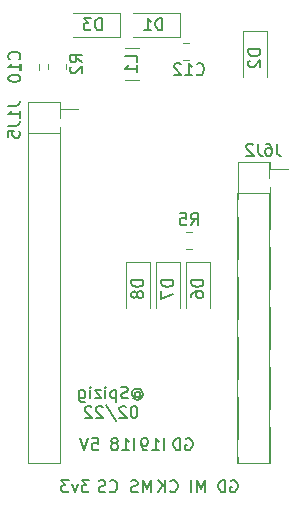
<source format=gbr>
%TF.GenerationSoftware,KiCad,Pcbnew,(5.1.10)-1*%
%TF.CreationDate,2022-01-07T18:41:25+01:00*%
%TF.ProjectId,M5StampC3,4d355374-616d-4704-9333-2e6b69636164,rev?*%
%TF.SameCoordinates,Original*%
%TF.FileFunction,Legend,Bot*%
%TF.FilePolarity,Positive*%
%FSLAX46Y46*%
G04 Gerber Fmt 4.6, Leading zero omitted, Abs format (unit mm)*
G04 Created by KiCad (PCBNEW (5.1.10)-1) date 2022-01-07 18:41:25*
%MOMM*%
%LPD*%
G01*
G04 APERTURE LIST*
%ADD10C,0.150000*%
%ADD11C,0.120000*%
G04 APERTURE END LIST*
D10*
X120586476Y-77430380D02*
X121062666Y-77430380D01*
X121110285Y-77906571D01*
X121062666Y-77858952D01*
X120967428Y-77811333D01*
X120729333Y-77811333D01*
X120634095Y-77858952D01*
X120586476Y-77906571D01*
X120538857Y-78001809D01*
X120538857Y-78239904D01*
X120586476Y-78335142D01*
X120634095Y-78382761D01*
X120729333Y-78430380D01*
X120967428Y-78430380D01*
X121062666Y-78382761D01*
X121110285Y-78335142D01*
X120253142Y-77430380D02*
X119919809Y-78430380D01*
X119586476Y-77430380D01*
X124142380Y-78430380D02*
X124142380Y-77430380D01*
X123142380Y-78430380D02*
X123713809Y-78430380D01*
X123428095Y-78430380D02*
X123428095Y-77430380D01*
X123523333Y-77573238D01*
X123618571Y-77668476D01*
X123713809Y-77716095D01*
X122570952Y-77858952D02*
X122666190Y-77811333D01*
X122713809Y-77763714D01*
X122761428Y-77668476D01*
X122761428Y-77620857D01*
X122713809Y-77525619D01*
X122666190Y-77478000D01*
X122570952Y-77430380D01*
X122380476Y-77430380D01*
X122285238Y-77478000D01*
X122237619Y-77525619D01*
X122190000Y-77620857D01*
X122190000Y-77668476D01*
X122237619Y-77763714D01*
X122285238Y-77811333D01*
X122380476Y-77858952D01*
X122570952Y-77858952D01*
X122666190Y-77906571D01*
X122713809Y-77954190D01*
X122761428Y-78049428D01*
X122761428Y-78239904D01*
X122713809Y-78335142D01*
X122666190Y-78382761D01*
X122570952Y-78430380D01*
X122380476Y-78430380D01*
X122285238Y-78382761D01*
X122237619Y-78335142D01*
X122190000Y-78239904D01*
X122190000Y-78049428D01*
X122237619Y-77954190D01*
X122285238Y-77906571D01*
X122380476Y-77858952D01*
X126682380Y-78430380D02*
X126682380Y-77430380D01*
X125682380Y-78430380D02*
X126253809Y-78430380D01*
X125968095Y-78430380D02*
X125968095Y-77430380D01*
X126063333Y-77573238D01*
X126158571Y-77668476D01*
X126253809Y-77716095D01*
X125206190Y-78430380D02*
X125015714Y-78430380D01*
X124920476Y-78382761D01*
X124872857Y-78335142D01*
X124777619Y-78192285D01*
X124730000Y-78001809D01*
X124730000Y-77620857D01*
X124777619Y-77525619D01*
X124825238Y-77478000D01*
X124920476Y-77430380D01*
X125110952Y-77430380D01*
X125206190Y-77478000D01*
X125253809Y-77525619D01*
X125301428Y-77620857D01*
X125301428Y-77858952D01*
X125253809Y-77954190D01*
X125206190Y-78001809D01*
X125110952Y-78049428D01*
X124920476Y-78049428D01*
X124825238Y-78001809D01*
X124777619Y-77954190D01*
X124730000Y-77858952D01*
X128508095Y-77478000D02*
X128603333Y-77430380D01*
X128746190Y-77430380D01*
X128889047Y-77478000D01*
X128984285Y-77573238D01*
X129031904Y-77668476D01*
X129079523Y-77858952D01*
X129079523Y-78001809D01*
X129031904Y-78192285D01*
X128984285Y-78287523D01*
X128889047Y-78382761D01*
X128746190Y-78430380D01*
X128650952Y-78430380D01*
X128508095Y-78382761D01*
X128460476Y-78335142D01*
X128460476Y-78001809D01*
X128650952Y-78001809D01*
X128031904Y-78430380D02*
X128031904Y-77430380D01*
X127793809Y-77430380D01*
X127650952Y-77478000D01*
X127555714Y-77573238D01*
X127508095Y-77668476D01*
X127460476Y-77858952D01*
X127460476Y-78001809D01*
X127508095Y-78192285D01*
X127555714Y-78287523D01*
X127650952Y-78382761D01*
X127793809Y-78430380D01*
X128031904Y-78430380D01*
X132318095Y-81034000D02*
X132413333Y-80986380D01*
X132556190Y-80986380D01*
X132699047Y-81034000D01*
X132794285Y-81129238D01*
X132841904Y-81224476D01*
X132889523Y-81414952D01*
X132889523Y-81557809D01*
X132841904Y-81748285D01*
X132794285Y-81843523D01*
X132699047Y-81938761D01*
X132556190Y-81986380D01*
X132460952Y-81986380D01*
X132318095Y-81938761D01*
X132270476Y-81891142D01*
X132270476Y-81557809D01*
X132460952Y-81557809D01*
X131841904Y-81986380D02*
X131841904Y-80986380D01*
X131603809Y-80986380D01*
X131460952Y-81034000D01*
X131365714Y-81129238D01*
X131318095Y-81224476D01*
X131270476Y-81414952D01*
X131270476Y-81557809D01*
X131318095Y-81748285D01*
X131365714Y-81843523D01*
X131460952Y-81938761D01*
X131603809Y-81986380D01*
X131841904Y-81986380D01*
X130111428Y-81986380D02*
X130111428Y-80986380D01*
X129778095Y-81700666D01*
X129444761Y-80986380D01*
X129444761Y-81986380D01*
X128968571Y-81986380D02*
X128968571Y-80986380D01*
X127190476Y-81891142D02*
X127238095Y-81938761D01*
X127380952Y-81986380D01*
X127476190Y-81986380D01*
X127619047Y-81938761D01*
X127714285Y-81843523D01*
X127761904Y-81748285D01*
X127809523Y-81557809D01*
X127809523Y-81414952D01*
X127761904Y-81224476D01*
X127714285Y-81129238D01*
X127619047Y-81034000D01*
X127476190Y-80986380D01*
X127380952Y-80986380D01*
X127238095Y-81034000D01*
X127190476Y-81081619D01*
X126761904Y-81986380D02*
X126761904Y-80986380D01*
X126190476Y-81986380D02*
X126619047Y-81414952D01*
X126190476Y-80986380D02*
X126761904Y-81557809D01*
X125523523Y-81986380D02*
X125523523Y-80986380D01*
X125190190Y-81700666D01*
X124856857Y-80986380D01*
X124856857Y-81986380D01*
X124428285Y-81938761D02*
X124285428Y-81986380D01*
X124047333Y-81986380D01*
X123952095Y-81938761D01*
X123904476Y-81891142D01*
X123856857Y-81795904D01*
X123856857Y-81700666D01*
X123904476Y-81605428D01*
X123952095Y-81557809D01*
X124047333Y-81510190D01*
X124237809Y-81462571D01*
X124333047Y-81414952D01*
X124380666Y-81367333D01*
X124428285Y-81272095D01*
X124428285Y-81176857D01*
X124380666Y-81081619D01*
X124333047Y-81034000D01*
X124237809Y-80986380D01*
X123999714Y-80986380D01*
X123856857Y-81034000D01*
X122086666Y-81891142D02*
X122134285Y-81938761D01*
X122277142Y-81986380D01*
X122372380Y-81986380D01*
X122515238Y-81938761D01*
X122610476Y-81843523D01*
X122658095Y-81748285D01*
X122705714Y-81557809D01*
X122705714Y-81414952D01*
X122658095Y-81224476D01*
X122610476Y-81129238D01*
X122515238Y-81034000D01*
X122372380Y-80986380D01*
X122277142Y-80986380D01*
X122134285Y-81034000D01*
X122086666Y-81081619D01*
X121705714Y-81938761D02*
X121562857Y-81986380D01*
X121324761Y-81986380D01*
X121229523Y-81938761D01*
X121181904Y-81891142D01*
X121134285Y-81795904D01*
X121134285Y-81700666D01*
X121181904Y-81605428D01*
X121229523Y-81557809D01*
X121324761Y-81510190D01*
X121515238Y-81462571D01*
X121610476Y-81414952D01*
X121658095Y-81367333D01*
X121705714Y-81272095D01*
X121705714Y-81176857D01*
X121658095Y-81081619D01*
X121610476Y-81034000D01*
X121515238Y-80986380D01*
X121277142Y-80986380D01*
X121134285Y-81034000D01*
X120316476Y-80986380D02*
X119697428Y-80986380D01*
X120030761Y-81367333D01*
X119887904Y-81367333D01*
X119792666Y-81414952D01*
X119745047Y-81462571D01*
X119697428Y-81557809D01*
X119697428Y-81795904D01*
X119745047Y-81891142D01*
X119792666Y-81938761D01*
X119887904Y-81986380D01*
X120173619Y-81986380D01*
X120268857Y-81938761D01*
X120316476Y-81891142D01*
X119364095Y-81319714D02*
X119126000Y-81986380D01*
X118887904Y-81319714D01*
X118602190Y-80986380D02*
X117983142Y-80986380D01*
X118316476Y-81367333D01*
X118173619Y-81367333D01*
X118078380Y-81414952D01*
X118030761Y-81462571D01*
X117983142Y-81557809D01*
X117983142Y-81795904D01*
X118030761Y-81891142D01*
X118078380Y-81938761D01*
X118173619Y-81986380D01*
X118459333Y-81986380D01*
X118554571Y-81938761D01*
X118602190Y-81891142D01*
X124221619Y-73573190D02*
X124269238Y-73525571D01*
X124364476Y-73477952D01*
X124459714Y-73477952D01*
X124554952Y-73525571D01*
X124602571Y-73573190D01*
X124650190Y-73668428D01*
X124650190Y-73763666D01*
X124602571Y-73858904D01*
X124554952Y-73906523D01*
X124459714Y-73954142D01*
X124364476Y-73954142D01*
X124269238Y-73906523D01*
X124221619Y-73858904D01*
X124221619Y-73477952D02*
X124221619Y-73858904D01*
X124174000Y-73906523D01*
X124126380Y-73906523D01*
X124031142Y-73858904D01*
X123983523Y-73763666D01*
X123983523Y-73525571D01*
X124078761Y-73382714D01*
X124221619Y-73287476D01*
X124412095Y-73239857D01*
X124602571Y-73287476D01*
X124745428Y-73382714D01*
X124840666Y-73525571D01*
X124888285Y-73716047D01*
X124840666Y-73906523D01*
X124745428Y-74049380D01*
X124602571Y-74144619D01*
X124412095Y-74192238D01*
X124221619Y-74144619D01*
X124078761Y-74049380D01*
X123602571Y-74001761D02*
X123459714Y-74049380D01*
X123221619Y-74049380D01*
X123126380Y-74001761D01*
X123078761Y-73954142D01*
X123031142Y-73858904D01*
X123031142Y-73763666D01*
X123078761Y-73668428D01*
X123126380Y-73620809D01*
X123221619Y-73573190D01*
X123412095Y-73525571D01*
X123507333Y-73477952D01*
X123554952Y-73430333D01*
X123602571Y-73335095D01*
X123602571Y-73239857D01*
X123554952Y-73144619D01*
X123507333Y-73097000D01*
X123412095Y-73049380D01*
X123174000Y-73049380D01*
X123031142Y-73097000D01*
X122602571Y-73382714D02*
X122602571Y-74382714D01*
X122602571Y-73430333D02*
X122507333Y-73382714D01*
X122316857Y-73382714D01*
X122221619Y-73430333D01*
X122174000Y-73477952D01*
X122126380Y-73573190D01*
X122126380Y-73858904D01*
X122174000Y-73954142D01*
X122221619Y-74001761D01*
X122316857Y-74049380D01*
X122507333Y-74049380D01*
X122602571Y-74001761D01*
X121697809Y-74049380D02*
X121697809Y-73382714D01*
X121697809Y-73049380D02*
X121745428Y-73097000D01*
X121697809Y-73144619D01*
X121650190Y-73097000D01*
X121697809Y-73049380D01*
X121697809Y-73144619D01*
X121316857Y-73382714D02*
X120793047Y-73382714D01*
X121316857Y-74049380D01*
X120793047Y-74049380D01*
X120412095Y-74049380D02*
X120412095Y-73382714D01*
X120412095Y-73049380D02*
X120459714Y-73097000D01*
X120412095Y-73144619D01*
X120364476Y-73097000D01*
X120412095Y-73049380D01*
X120412095Y-73144619D01*
X119507333Y-73382714D02*
X119507333Y-74192238D01*
X119554952Y-74287476D01*
X119602571Y-74335095D01*
X119697809Y-74382714D01*
X119840666Y-74382714D01*
X119935904Y-74335095D01*
X119507333Y-74001761D02*
X119602571Y-74049380D01*
X119793047Y-74049380D01*
X119888285Y-74001761D01*
X119935904Y-73954142D01*
X119983523Y-73858904D01*
X119983523Y-73573190D01*
X119935904Y-73477952D01*
X119888285Y-73430333D01*
X119793047Y-73382714D01*
X119602571Y-73382714D01*
X119507333Y-73430333D01*
X124174000Y-74699380D02*
X124078761Y-74699380D01*
X123983523Y-74747000D01*
X123935904Y-74794619D01*
X123888285Y-74889857D01*
X123840666Y-75080333D01*
X123840666Y-75318428D01*
X123888285Y-75508904D01*
X123935904Y-75604142D01*
X123983523Y-75651761D01*
X124078761Y-75699380D01*
X124174000Y-75699380D01*
X124269238Y-75651761D01*
X124316857Y-75604142D01*
X124364476Y-75508904D01*
X124412095Y-75318428D01*
X124412095Y-75080333D01*
X124364476Y-74889857D01*
X124316857Y-74794619D01*
X124269238Y-74747000D01*
X124174000Y-74699380D01*
X123459714Y-74794619D02*
X123412095Y-74747000D01*
X123316857Y-74699380D01*
X123078761Y-74699380D01*
X122983523Y-74747000D01*
X122935904Y-74794619D01*
X122888285Y-74889857D01*
X122888285Y-74985095D01*
X122935904Y-75127952D01*
X123507333Y-75699380D01*
X122888285Y-75699380D01*
X121745428Y-74651761D02*
X122602571Y-75937476D01*
X121459714Y-74794619D02*
X121412095Y-74747000D01*
X121316857Y-74699380D01*
X121078761Y-74699380D01*
X120983523Y-74747000D01*
X120935904Y-74794619D01*
X120888285Y-74889857D01*
X120888285Y-74985095D01*
X120935904Y-75127952D01*
X121507333Y-75699380D01*
X120888285Y-75699380D01*
X120507333Y-74794619D02*
X120459714Y-74747000D01*
X120364476Y-74699380D01*
X120126380Y-74699380D01*
X120031142Y-74747000D01*
X119983523Y-74794619D01*
X119935904Y-74889857D01*
X119935904Y-74985095D01*
X119983523Y-75127952D01*
X120554952Y-75699380D01*
X119935904Y-75699380D01*
D11*
%TO.C,J6*%
X135530000Y-54042000D02*
X134200000Y-54042000D01*
X135530000Y-55372000D02*
X135530000Y-54042000D01*
X135530000Y-56642000D02*
X132870000Y-56642000D01*
X132870000Y-56642000D02*
X132870000Y-79562000D01*
X135530000Y-56642000D02*
X135530000Y-79562000D01*
X135530000Y-79562000D02*
X132870000Y-79562000D01*
%TO.C,J5*%
X117830000Y-48962000D02*
X116500000Y-48962000D01*
X117830000Y-50292000D02*
X117830000Y-48962000D01*
X117830000Y-51562000D02*
X115170000Y-51562000D01*
X115170000Y-51562000D02*
X115170000Y-79562000D01*
X117830000Y-51562000D02*
X117830000Y-79562000D01*
X117830000Y-79562000D02*
X115170000Y-79562000D01*
%TO.C,R5*%
X128550936Y-59971000D02*
X129005064Y-59971000D01*
X128550936Y-61441000D02*
X129005064Y-61441000D01*
%TO.C,D8*%
X123460000Y-62520000D02*
X123460000Y-66420000D01*
X125460000Y-62520000D02*
X125460000Y-66420000D01*
X123460000Y-62520000D02*
X125460000Y-62520000D01*
%TO.C,D7*%
X126000000Y-62520000D02*
X126000000Y-66420000D01*
X128000000Y-62520000D02*
X128000000Y-66420000D01*
X126000000Y-62520000D02*
X128000000Y-62520000D01*
%TO.C,D6*%
X128540000Y-62520000D02*
X128540000Y-66420000D01*
X130540000Y-62520000D02*
X130540000Y-66420000D01*
X128540000Y-62520000D02*
X130540000Y-62520000D01*
%TO.C,J2*%
X135620000Y-54042000D02*
X132960000Y-54042000D01*
X135620000Y-79562000D02*
X132960000Y-79562000D01*
X132960000Y-54042000D02*
X132960000Y-57152000D01*
X135620000Y-54612000D02*
X137140000Y-54612000D01*
X135620000Y-54042000D02*
X135620000Y-54612000D01*
X132960000Y-78992000D02*
X132960000Y-79562000D01*
X132960000Y-58672000D02*
X132960000Y-62232000D01*
X132960000Y-63752000D02*
X132960000Y-67312000D01*
X132960000Y-68832000D02*
X132960000Y-72392000D01*
X132960000Y-73912000D02*
X132960000Y-77472000D01*
X135620000Y-56132000D02*
X135620000Y-59692000D01*
X135620000Y-61212000D02*
X135620000Y-64772000D01*
X135620000Y-66292000D02*
X135620000Y-69852000D01*
X135620000Y-71372000D02*
X135620000Y-74932000D01*
X135620000Y-76452000D02*
X135620000Y-79562000D01*
%TO.C,J1*%
X117840000Y-48958000D02*
X115180000Y-48958000D01*
X117840000Y-79558000D02*
X115180000Y-79558000D01*
X115180000Y-48958000D02*
X115180000Y-52068000D01*
X117840000Y-49528000D02*
X119360000Y-49528000D01*
X117840000Y-48958000D02*
X117840000Y-49528000D01*
X115180000Y-78988000D02*
X115180000Y-79558000D01*
X115180000Y-53588000D02*
X115180000Y-57148000D01*
X115180000Y-58668000D02*
X115180000Y-62228000D01*
X115180000Y-63748000D02*
X115180000Y-67308000D01*
X115180000Y-68828000D02*
X115180000Y-72388000D01*
X115180000Y-73908000D02*
X115180000Y-77468000D01*
X117840000Y-51048000D02*
X117840000Y-54608000D01*
X117840000Y-56128000D02*
X117840000Y-59688000D01*
X117840000Y-61208000D02*
X117840000Y-64768000D01*
X117840000Y-66288000D02*
X117840000Y-69848000D01*
X117840000Y-71368000D02*
X117840000Y-74928000D01*
X117840000Y-76448000D02*
X117840000Y-79558000D01*
%TO.C,L1*%
X123349936Y-47080000D02*
X124554064Y-47080000D01*
X123349936Y-44360000D02*
X124554064Y-44360000D01*
%TO.C,R2*%
X118337000Y-46201064D02*
X118337000Y-45746936D01*
X116867000Y-46201064D02*
X116867000Y-45746936D01*
%TO.C,D1*%
X127980000Y-41418000D02*
X127980000Y-43418000D01*
X127980000Y-43418000D02*
X124080000Y-43418000D01*
X127980000Y-41418000D02*
X124080000Y-41418000D01*
%TO.C,D2*%
X133366000Y-42962000D02*
X135366000Y-42962000D01*
X135366000Y-42962000D02*
X135366000Y-46862000D01*
X133366000Y-42962000D02*
X133366000Y-46862000D01*
%TO.C,D3*%
X122900000Y-41418000D02*
X122900000Y-43418000D01*
X122900000Y-43418000D02*
X119000000Y-43418000D01*
X122900000Y-41418000D02*
X119000000Y-41418000D01*
%TO.C,C12*%
X128785252Y-43969000D02*
X128262748Y-43969000D01*
X128785252Y-45439000D02*
X128262748Y-45439000D01*
%TO.C,C10*%
X116051000Y-46235252D02*
X116051000Y-45712748D01*
X114581000Y-46235252D02*
X114581000Y-45712748D01*
%TO.C,J6*%
D10*
X136223333Y-52494380D02*
X136223333Y-53208666D01*
X136270952Y-53351523D01*
X136366190Y-53446761D01*
X136509047Y-53494380D01*
X136604285Y-53494380D01*
X135318571Y-52494380D02*
X135509047Y-52494380D01*
X135604285Y-52542000D01*
X135651904Y-52589619D01*
X135747142Y-52732476D01*
X135794761Y-52922952D01*
X135794761Y-53303904D01*
X135747142Y-53399142D01*
X135699523Y-53446761D01*
X135604285Y-53494380D01*
X135413809Y-53494380D01*
X135318571Y-53446761D01*
X135270952Y-53399142D01*
X135223333Y-53303904D01*
X135223333Y-53065809D01*
X135270952Y-52970571D01*
X135318571Y-52922952D01*
X135413809Y-52875333D01*
X135604285Y-52875333D01*
X135699523Y-52922952D01*
X135747142Y-52970571D01*
X135794761Y-53065809D01*
%TO.C,J5*%
X113454380Y-50974666D02*
X114168666Y-50974666D01*
X114311523Y-50927047D01*
X114406761Y-50831809D01*
X114454380Y-50688952D01*
X114454380Y-50593714D01*
X113454380Y-51927047D02*
X113454380Y-51450857D01*
X113930571Y-51403238D01*
X113882952Y-51450857D01*
X113835333Y-51546095D01*
X113835333Y-51784190D01*
X113882952Y-51879428D01*
X113930571Y-51927047D01*
X114025809Y-51974666D01*
X114263904Y-51974666D01*
X114359142Y-51927047D01*
X114406761Y-51879428D01*
X114454380Y-51784190D01*
X114454380Y-51546095D01*
X114406761Y-51450857D01*
X114359142Y-51403238D01*
%TO.C,R5*%
X128944666Y-59380380D02*
X129278000Y-58904190D01*
X129516095Y-59380380D02*
X129516095Y-58380380D01*
X129135142Y-58380380D01*
X129039904Y-58428000D01*
X128992285Y-58475619D01*
X128944666Y-58570857D01*
X128944666Y-58713714D01*
X128992285Y-58808952D01*
X129039904Y-58856571D01*
X129135142Y-58904190D01*
X129516095Y-58904190D01*
X128039904Y-58380380D02*
X128516095Y-58380380D01*
X128563714Y-58856571D01*
X128516095Y-58808952D01*
X128420857Y-58761333D01*
X128182761Y-58761333D01*
X128087523Y-58808952D01*
X128039904Y-58856571D01*
X127992285Y-58951809D01*
X127992285Y-59189904D01*
X128039904Y-59285142D01*
X128087523Y-59332761D01*
X128182761Y-59380380D01*
X128420857Y-59380380D01*
X128516095Y-59332761D01*
X128563714Y-59285142D01*
%TO.C,D8*%
X124912380Y-64031904D02*
X123912380Y-64031904D01*
X123912380Y-64270000D01*
X123960000Y-64412857D01*
X124055238Y-64508095D01*
X124150476Y-64555714D01*
X124340952Y-64603333D01*
X124483809Y-64603333D01*
X124674285Y-64555714D01*
X124769523Y-64508095D01*
X124864761Y-64412857D01*
X124912380Y-64270000D01*
X124912380Y-64031904D01*
X124340952Y-65174761D02*
X124293333Y-65079523D01*
X124245714Y-65031904D01*
X124150476Y-64984285D01*
X124102857Y-64984285D01*
X124007619Y-65031904D01*
X123960000Y-65079523D01*
X123912380Y-65174761D01*
X123912380Y-65365238D01*
X123960000Y-65460476D01*
X124007619Y-65508095D01*
X124102857Y-65555714D01*
X124150476Y-65555714D01*
X124245714Y-65508095D01*
X124293333Y-65460476D01*
X124340952Y-65365238D01*
X124340952Y-65174761D01*
X124388571Y-65079523D01*
X124436190Y-65031904D01*
X124531428Y-64984285D01*
X124721904Y-64984285D01*
X124817142Y-65031904D01*
X124864761Y-65079523D01*
X124912380Y-65174761D01*
X124912380Y-65365238D01*
X124864761Y-65460476D01*
X124817142Y-65508095D01*
X124721904Y-65555714D01*
X124531428Y-65555714D01*
X124436190Y-65508095D01*
X124388571Y-65460476D01*
X124340952Y-65365238D01*
%TO.C,D7*%
X127452380Y-64031904D02*
X126452380Y-64031904D01*
X126452380Y-64270000D01*
X126500000Y-64412857D01*
X126595238Y-64508095D01*
X126690476Y-64555714D01*
X126880952Y-64603333D01*
X127023809Y-64603333D01*
X127214285Y-64555714D01*
X127309523Y-64508095D01*
X127404761Y-64412857D01*
X127452380Y-64270000D01*
X127452380Y-64031904D01*
X126452380Y-64936666D02*
X126452380Y-65603333D01*
X127452380Y-65174761D01*
%TO.C,D6*%
X129992380Y-64031904D02*
X128992380Y-64031904D01*
X128992380Y-64270000D01*
X129040000Y-64412857D01*
X129135238Y-64508095D01*
X129230476Y-64555714D01*
X129420952Y-64603333D01*
X129563809Y-64603333D01*
X129754285Y-64555714D01*
X129849523Y-64508095D01*
X129944761Y-64412857D01*
X129992380Y-64270000D01*
X129992380Y-64031904D01*
X128992380Y-65460476D02*
X128992380Y-65270000D01*
X129040000Y-65174761D01*
X129087619Y-65127142D01*
X129230476Y-65031904D01*
X129420952Y-64984285D01*
X129801904Y-64984285D01*
X129897142Y-65031904D01*
X129944761Y-65079523D01*
X129992380Y-65174761D01*
X129992380Y-65365238D01*
X129944761Y-65460476D01*
X129897142Y-65508095D01*
X129801904Y-65555714D01*
X129563809Y-65555714D01*
X129468571Y-65508095D01*
X129420952Y-65460476D01*
X129373333Y-65365238D01*
X129373333Y-65174761D01*
X129420952Y-65079523D01*
X129468571Y-65031904D01*
X129563809Y-64984285D01*
%TO.C,J2*%
X134623333Y-52494380D02*
X134623333Y-53208666D01*
X134670952Y-53351523D01*
X134766190Y-53446761D01*
X134909047Y-53494380D01*
X135004285Y-53494380D01*
X134194761Y-52589619D02*
X134147142Y-52542000D01*
X134051904Y-52494380D01*
X133813809Y-52494380D01*
X133718571Y-52542000D01*
X133670952Y-52589619D01*
X133623333Y-52684857D01*
X133623333Y-52780095D01*
X133670952Y-52922952D01*
X134242380Y-53494380D01*
X133623333Y-53494380D01*
%TO.C,J1*%
X113450380Y-49272666D02*
X114164666Y-49272666D01*
X114307523Y-49225047D01*
X114402761Y-49129809D01*
X114450380Y-48986952D01*
X114450380Y-48891714D01*
X114450380Y-50272666D02*
X114450380Y-49701238D01*
X114450380Y-49986952D02*
X113450380Y-49986952D01*
X113593238Y-49891714D01*
X113688476Y-49796476D01*
X113736095Y-49701238D01*
%TO.C,L1*%
X124404380Y-45553333D02*
X124404380Y-45077142D01*
X123404380Y-45077142D01*
X124404380Y-46410476D02*
X124404380Y-45839047D01*
X124404380Y-46124761D02*
X123404380Y-46124761D01*
X123547238Y-46029523D01*
X123642476Y-45934285D01*
X123690095Y-45839047D01*
%TO.C,R2*%
X119704380Y-45593333D02*
X119228190Y-45260000D01*
X119704380Y-45021904D02*
X118704380Y-45021904D01*
X118704380Y-45402857D01*
X118752000Y-45498095D01*
X118799619Y-45545714D01*
X118894857Y-45593333D01*
X119037714Y-45593333D01*
X119132952Y-45545714D01*
X119180571Y-45498095D01*
X119228190Y-45402857D01*
X119228190Y-45021904D01*
X118799619Y-45974285D02*
X118752000Y-46021904D01*
X118704380Y-46117142D01*
X118704380Y-46355238D01*
X118752000Y-46450476D01*
X118799619Y-46498095D01*
X118894857Y-46545714D01*
X118990095Y-46545714D01*
X119132952Y-46498095D01*
X119704380Y-45926666D01*
X119704380Y-46545714D01*
%TO.C,D1*%
X126508095Y-42870380D02*
X126508095Y-41870380D01*
X126270000Y-41870380D01*
X126127142Y-41918000D01*
X126031904Y-42013238D01*
X125984285Y-42108476D01*
X125936666Y-42298952D01*
X125936666Y-42441809D01*
X125984285Y-42632285D01*
X126031904Y-42727523D01*
X126127142Y-42822761D01*
X126270000Y-42870380D01*
X126508095Y-42870380D01*
X124984285Y-42870380D02*
X125555714Y-42870380D01*
X125270000Y-42870380D02*
X125270000Y-41870380D01*
X125365238Y-42013238D01*
X125460476Y-42108476D01*
X125555714Y-42156095D01*
%TO.C,D2*%
X134818380Y-44513904D02*
X133818380Y-44513904D01*
X133818380Y-44752000D01*
X133866000Y-44894857D01*
X133961238Y-44990095D01*
X134056476Y-45037714D01*
X134246952Y-45085333D01*
X134389809Y-45085333D01*
X134580285Y-45037714D01*
X134675523Y-44990095D01*
X134770761Y-44894857D01*
X134818380Y-44752000D01*
X134818380Y-44513904D01*
X133913619Y-45466285D02*
X133866000Y-45513904D01*
X133818380Y-45609142D01*
X133818380Y-45847238D01*
X133866000Y-45942476D01*
X133913619Y-45990095D01*
X134008857Y-46037714D01*
X134104095Y-46037714D01*
X134246952Y-45990095D01*
X134818380Y-45418666D01*
X134818380Y-46037714D01*
%TO.C,D3*%
X121388095Y-42870380D02*
X121388095Y-41870380D01*
X121150000Y-41870380D01*
X121007142Y-41918000D01*
X120911904Y-42013238D01*
X120864285Y-42108476D01*
X120816666Y-42298952D01*
X120816666Y-42441809D01*
X120864285Y-42632285D01*
X120911904Y-42727523D01*
X121007142Y-42822761D01*
X121150000Y-42870380D01*
X121388095Y-42870380D01*
X120483333Y-41870380D02*
X119864285Y-41870380D01*
X120197619Y-42251333D01*
X120054761Y-42251333D01*
X119959523Y-42298952D01*
X119911904Y-42346571D01*
X119864285Y-42441809D01*
X119864285Y-42679904D01*
X119911904Y-42775142D01*
X119959523Y-42822761D01*
X120054761Y-42870380D01*
X120340476Y-42870380D01*
X120435714Y-42822761D01*
X120483333Y-42775142D01*
%TO.C,C12*%
X129420857Y-46585142D02*
X129468476Y-46632761D01*
X129611333Y-46680380D01*
X129706571Y-46680380D01*
X129849428Y-46632761D01*
X129944666Y-46537523D01*
X129992285Y-46442285D01*
X130039904Y-46251809D01*
X130039904Y-46108952D01*
X129992285Y-45918476D01*
X129944666Y-45823238D01*
X129849428Y-45728000D01*
X129706571Y-45680380D01*
X129611333Y-45680380D01*
X129468476Y-45728000D01*
X129420857Y-45775619D01*
X128468476Y-46680380D02*
X129039904Y-46680380D01*
X128754190Y-46680380D02*
X128754190Y-45680380D01*
X128849428Y-45823238D01*
X128944666Y-45918476D01*
X129039904Y-45966095D01*
X128087523Y-45775619D02*
X128039904Y-45728000D01*
X127944666Y-45680380D01*
X127706571Y-45680380D01*
X127611333Y-45728000D01*
X127563714Y-45775619D01*
X127516095Y-45870857D01*
X127516095Y-45966095D01*
X127563714Y-46108952D01*
X128135142Y-46680380D01*
X127516095Y-46680380D01*
%TO.C,C10*%
X114403142Y-45331142D02*
X114450761Y-45283523D01*
X114498380Y-45140666D01*
X114498380Y-45045428D01*
X114450761Y-44902571D01*
X114355523Y-44807333D01*
X114260285Y-44759714D01*
X114069809Y-44712095D01*
X113926952Y-44712095D01*
X113736476Y-44759714D01*
X113641238Y-44807333D01*
X113546000Y-44902571D01*
X113498380Y-45045428D01*
X113498380Y-45140666D01*
X113546000Y-45283523D01*
X113593619Y-45331142D01*
X114498380Y-46283523D02*
X114498380Y-45712095D01*
X114498380Y-45997809D02*
X113498380Y-45997809D01*
X113641238Y-45902571D01*
X113736476Y-45807333D01*
X113784095Y-45712095D01*
X113498380Y-46902571D02*
X113498380Y-46997809D01*
X113546000Y-47093047D01*
X113593619Y-47140666D01*
X113688857Y-47188285D01*
X113879333Y-47235904D01*
X114117428Y-47235904D01*
X114307904Y-47188285D01*
X114403142Y-47140666D01*
X114450761Y-47093047D01*
X114498380Y-46997809D01*
X114498380Y-46902571D01*
X114450761Y-46807333D01*
X114403142Y-46759714D01*
X114307904Y-46712095D01*
X114117428Y-46664476D01*
X113879333Y-46664476D01*
X113688857Y-46712095D01*
X113593619Y-46759714D01*
X113546000Y-46807333D01*
X113498380Y-46902571D01*
%TD*%
M02*

</source>
